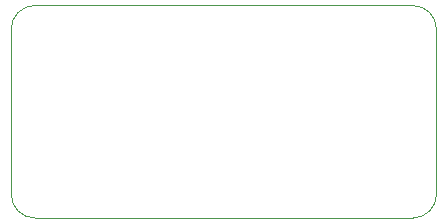
<source format=gm1>
%TF.GenerationSoftware,KiCad,Pcbnew,7.0.1*%
%TF.CreationDate,2023-03-24T10:32:53-04:00*%
%TF.ProjectId,wingbeat_detector,77696e67-6265-4617-945f-646574656374,3.0*%
%TF.SameCoordinates,Original*%
%TF.FileFunction,Profile,NP*%
%FSLAX46Y46*%
G04 Gerber Fmt 4.6, Leading zero omitted, Abs format (unit mm)*
G04 Created by KiCad (PCBNEW 7.0.1) date 2023-03-24 10:32:53*
%MOMM*%
%LPD*%
G01*
G04 APERTURE LIST*
%TA.AperFunction,Profile*%
%ADD10C,0.100000*%
%TD*%
G04 APERTURE END LIST*
D10*
X132000000Y-93000000D02*
X132000000Y-107000000D01*
X166000000Y-109000000D02*
G75*
G03*
X168000000Y-107000000I0J2000000D01*
G01*
X168000000Y-93000000D02*
G75*
G03*
X166000000Y-91000000I-2000000J0D01*
G01*
X134000000Y-91000000D02*
X166000000Y-91000000D01*
X134000000Y-91000000D02*
G75*
G03*
X132000000Y-93000000I0J-2000000D01*
G01*
X168000000Y-107000000D02*
X168000000Y-93000000D01*
X134000000Y-109000000D02*
X166000000Y-109000000D01*
X132000000Y-107000000D02*
G75*
G03*
X134000000Y-109000000I2000000J0D01*
G01*
M02*

</source>
